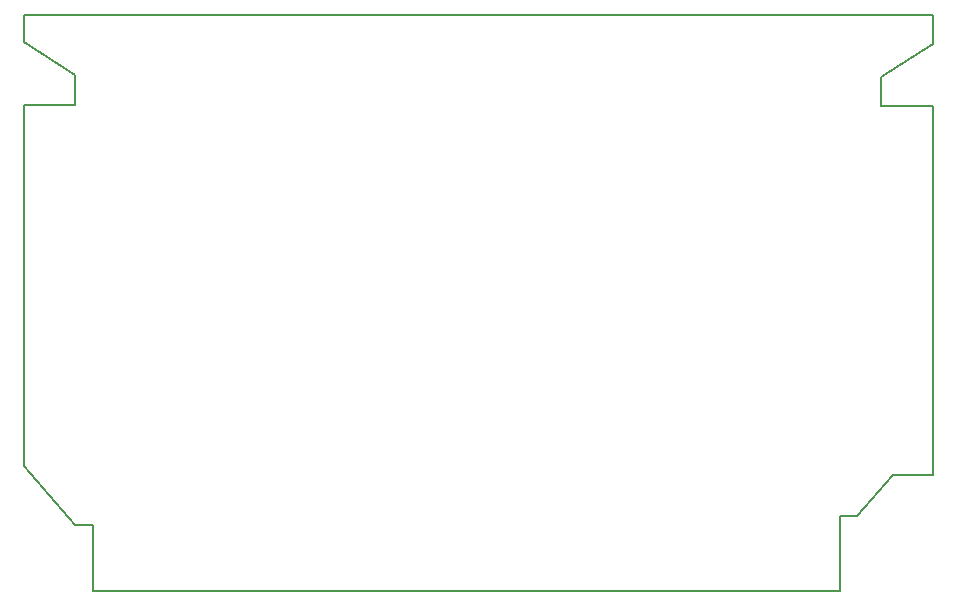
<source format=gm1>
G04 #@! TF.FileFunction,Profile,NP*
%FSLAX46Y46*%
G04 Gerber Fmt 4.6, Leading zero omitted, Abs format (unit mm)*
G04 Created by KiCad (PCBNEW 4.0.4-stable) date 01/13/17 12:15:35*
%MOMM*%
%LPD*%
G01*
G04 APERTURE LIST*
%ADD10C,0.150000*%
G04 APERTURE END LIST*
D10*
X136842500Y-108521500D02*
X141224000Y-108521500D01*
X136842500Y-106045000D02*
X136842500Y-108521500D01*
X141224000Y-103251000D02*
X136842500Y-106045000D01*
X141224000Y-139763500D02*
X137858500Y-139763500D01*
X134810500Y-143256000D02*
X133350000Y-143256000D01*
X70104000Y-144018000D02*
X68643500Y-144018000D01*
X137858500Y-139763500D02*
X134810500Y-143256000D01*
X141224000Y-100838000D02*
X141224000Y-103251000D01*
X64262000Y-108394500D02*
X64262000Y-139001500D01*
X68643500Y-108394500D02*
X64262000Y-108394500D01*
X68643500Y-105918000D02*
X68643500Y-108394500D01*
X64262000Y-103124000D02*
X68643500Y-105918000D01*
X68643500Y-144018000D02*
X64262000Y-139001500D01*
X133350000Y-143256000D02*
X133350000Y-149542500D01*
X141224000Y-108521500D02*
X141224000Y-139763500D01*
X64262000Y-100838000D02*
X141224000Y-100838000D01*
X64262000Y-103124000D02*
X64262000Y-100838000D01*
X70104000Y-149542500D02*
X70104000Y-144018000D01*
X133350000Y-149542500D02*
X70104000Y-149542500D01*
M02*

</source>
